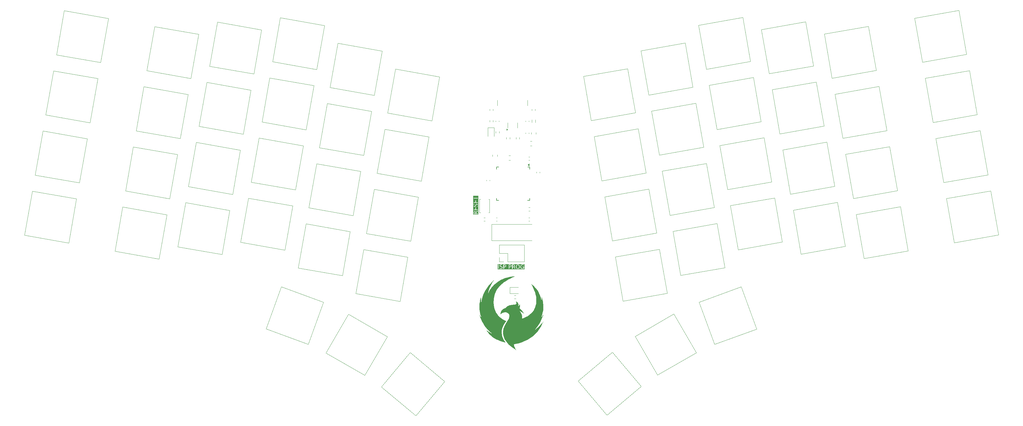
<source format=gbr>
%TF.GenerationSoftware,KiCad,Pcbnew,8.0.0*%
%TF.CreationDate,2024-04-28T13:48:32+02:00*%
%TF.ProjectId,phnx,70686e78-2e6b-4696-9361-645f70636258,A*%
%TF.SameCoordinates,Original*%
%TF.FileFunction,Legend,Top*%
%TF.FilePolarity,Positive*%
%FSLAX46Y46*%
G04 Gerber Fmt 4.6, Leading zero omitted, Abs format (unit mm)*
G04 Created by KiCad (PCBNEW 8.0.0) date 2024-04-28 13:48:32*
%MOMM*%
%LPD*%
G01*
G04 APERTURE LIST*
%ADD10C,0.150000*%
%ADD11C,0.120000*%
%ADD12C,0.000000*%
G04 APERTURE END LIST*
D10*
G36*
X210760440Y-153093538D02*
G01*
X210827655Y-153101971D01*
X210889265Y-153120525D01*
X210945270Y-153149198D01*
X210995670Y-153187991D01*
X211040464Y-153236903D01*
X211078624Y-153294551D01*
X211108890Y-153359549D01*
X211128079Y-153419328D01*
X211141786Y-153484212D01*
X211150011Y-153554200D01*
X211152752Y-153629292D01*
X211150011Y-153704205D01*
X211141786Y-153774044D01*
X211128079Y-153838810D01*
X211108890Y-153898501D01*
X211078624Y-153963434D01*
X211040464Y-154021060D01*
X211026155Y-154038488D01*
X210979493Y-154084028D01*
X210927225Y-154119448D01*
X210869351Y-154144747D01*
X210805873Y-154159927D01*
X210736789Y-154164987D01*
X210713098Y-154164425D01*
X210645730Y-154155992D01*
X210583924Y-154137439D01*
X210527679Y-154108765D01*
X210476996Y-154069973D01*
X210431874Y-154021060D01*
X210393503Y-153963434D01*
X210363071Y-153898501D01*
X210343775Y-153838810D01*
X210329992Y-153774044D01*
X210321722Y-153704205D01*
X210318966Y-153629292D01*
X210321722Y-153554200D01*
X210329992Y-153484212D01*
X210343775Y-153419328D01*
X210363071Y-153359549D01*
X210393503Y-153294551D01*
X210431874Y-153236903D01*
X210446297Y-153219475D01*
X210493272Y-153173935D01*
X210545809Y-153138516D01*
X210603908Y-153113216D01*
X210667568Y-153098036D01*
X210736789Y-153092976D01*
X210760440Y-153093538D01*
G37*
G36*
X206677949Y-153113080D02*
G01*
X206740803Y-153120452D01*
X206800223Y-153140614D01*
X206852920Y-153177347D01*
X206861071Y-153185624D01*
X206896501Y-153238728D01*
X206914907Y-153298136D01*
X206920231Y-153360669D01*
X206920165Y-153368079D01*
X206913658Y-153429946D01*
X206891243Y-153493766D01*
X206852920Y-153544610D01*
X206844326Y-153552423D01*
X206789216Y-153586384D01*
X206727603Y-153604026D01*
X206662775Y-153609130D01*
X206440990Y-153609130D01*
X206440990Y-153112828D01*
X206662775Y-153112828D01*
X206677949Y-153113080D01*
G37*
G36*
X208314503Y-153113080D02*
G01*
X208377357Y-153120452D01*
X208436777Y-153140614D01*
X208489474Y-153177347D01*
X208497625Y-153185624D01*
X208533056Y-153238728D01*
X208551461Y-153298136D01*
X208556785Y-153360669D01*
X208556720Y-153368079D01*
X208550212Y-153429946D01*
X208527797Y-153493766D01*
X208489474Y-153544610D01*
X208480880Y-153552423D01*
X208425770Y-153586384D01*
X208364157Y-153604026D01*
X208299329Y-153609130D01*
X208077544Y-153609130D01*
X208077544Y-153112828D01*
X208299329Y-153112828D01*
X208314503Y-153113080D01*
G37*
G36*
X209387031Y-153113062D02*
G01*
X209451584Y-153119902D01*
X209511683Y-153138610D01*
X209563657Y-153172694D01*
X209600743Y-153220530D01*
X209622435Y-153282147D01*
X209628796Y-153350122D01*
X209623644Y-153411910D01*
X209603351Y-153475167D01*
X209563657Y-153528791D01*
X209555308Y-153536115D01*
X209500642Y-153567954D01*
X209438095Y-153584493D01*
X209371340Y-153589277D01*
X209149555Y-153589277D01*
X209149555Y-153112828D01*
X209371340Y-153112828D01*
X209387031Y-153113062D01*
G37*
G36*
X212811305Y-154445063D02*
G01*
X204472249Y-154445063D01*
X204472249Y-152973864D01*
X204613360Y-152973864D01*
X204613360Y-154284100D01*
X204789547Y-154284100D01*
X204789547Y-153327168D01*
X205079573Y-153327168D01*
X205082670Y-153381039D01*
X205096435Y-153445675D01*
X205125082Y-153508564D01*
X205167667Y-153561050D01*
X205197854Y-153586229D01*
X205257211Y-153621978D01*
X205320313Y-153648679D01*
X205382694Y-153668162D01*
X205452730Y-153684505D01*
X205560055Y-153705598D01*
X205576550Y-153709078D01*
X205636639Y-153725130D01*
X205698501Y-153749994D01*
X205753302Y-153786867D01*
X205776267Y-153812484D01*
X205803950Y-153870691D01*
X205812238Y-153936688D01*
X205804211Y-154000380D01*
X205776838Y-154059035D01*
X205730038Y-154105741D01*
X205684790Y-154131661D01*
X205623596Y-154151969D01*
X205560056Y-154162152D01*
X205497397Y-154164987D01*
X205484937Y-154164871D01*
X205422239Y-154160800D01*
X205358875Y-154150912D01*
X205294844Y-154135209D01*
X205262645Y-154125095D01*
X205204115Y-154103301D01*
X205144849Y-154076894D01*
X205084846Y-154045875D01*
X205084846Y-154224543D01*
X205112647Y-154234091D01*
X205174348Y-154253377D01*
X205234871Y-154269620D01*
X205300737Y-154284100D01*
X205364726Y-154294568D01*
X205432454Y-154301606D01*
X205497397Y-154303952D01*
X205542360Y-154303098D01*
X205612671Y-154297883D01*
X205677195Y-154287928D01*
X205746988Y-154269724D01*
X205808449Y-154244693D01*
X205869623Y-154206863D01*
X205912738Y-154167132D01*
X205951765Y-154112675D01*
X205978649Y-154049490D01*
X205992030Y-153988386D01*
X205996490Y-153920869D01*
X205996398Y-153911063D01*
X205990616Y-153845900D01*
X205972993Y-153778880D01*
X205943622Y-153719809D01*
X205902503Y-153668686D01*
X205863732Y-153635331D01*
X205809292Y-153601489D01*
X205744937Y-153573109D01*
X205681884Y-153553131D01*
X205611546Y-153537166D01*
X205505152Y-153515142D01*
X205496189Y-153513419D01*
X205431030Y-153498414D01*
X205365939Y-153476604D01*
X205308492Y-153443179D01*
X205296351Y-153431270D01*
X205265240Y-153374787D01*
X205256691Y-153310728D01*
X205262849Y-153255731D01*
X205290221Y-153194234D01*
X205334548Y-153149740D01*
X205360588Y-153133387D01*
X205422347Y-153108996D01*
X205488964Y-153096524D01*
X205556953Y-153092976D01*
X205604030Y-153094939D01*
X205668327Y-153103663D01*
X205728797Y-153117791D01*
X205734372Y-153119347D01*
X205797136Y-153139747D01*
X205856484Y-153163507D01*
X205918012Y-153192236D01*
X205918012Y-153013568D01*
X205911794Y-153011721D01*
X205850071Y-152994855D01*
X205789196Y-152980896D01*
X205750514Y-152973864D01*
X206264803Y-152973864D01*
X206264803Y-153112828D01*
X206264803Y-154284100D01*
X206440990Y-154284100D01*
X206440990Y-153748094D01*
X206662775Y-153748094D01*
X206676357Y-153747998D01*
X206741135Y-153744648D01*
X206811971Y-153734310D01*
X206875282Y-153717080D01*
X206939635Y-153688268D01*
X206993746Y-153650074D01*
X207031906Y-153610035D01*
X207066448Y-153555024D01*
X207090244Y-153491079D01*
X207102086Y-153429156D01*
X207106034Y-153360669D01*
X207103293Y-153303490D01*
X207092766Y-153240793D01*
X207070505Y-153175806D01*
X207037499Y-153119606D01*
X206993746Y-153072193D01*
X206986643Y-153066144D01*
X206931068Y-153029174D01*
X206865252Y-153001615D01*
X206800687Y-152985483D01*
X206728597Y-152976264D01*
X206662775Y-152973864D01*
X207901357Y-152973864D01*
X207901357Y-153112828D01*
X207901357Y-154284100D01*
X208077544Y-154284100D01*
X208077544Y-153748094D01*
X208299329Y-153748094D01*
X208312911Y-153747998D01*
X208377689Y-153744648D01*
X208448525Y-153734310D01*
X208511836Y-153717080D01*
X208576189Y-153688268D01*
X208630300Y-153650074D01*
X208668460Y-153610035D01*
X208703002Y-153555024D01*
X208726798Y-153491079D01*
X208738641Y-153429156D01*
X208742588Y-153360669D01*
X208739847Y-153303490D01*
X208729320Y-153240793D01*
X208707059Y-153175806D01*
X208674053Y-153119606D01*
X208630300Y-153072193D01*
X208623197Y-153066144D01*
X208567622Y-153029174D01*
X208501807Y-153001615D01*
X208437241Y-152985483D01*
X208365152Y-152976264D01*
X208299329Y-152973864D01*
X208973368Y-152973864D01*
X208973368Y-153112828D01*
X208973368Y-154284100D01*
X209149555Y-154284100D01*
X209149555Y-153728242D01*
X209341562Y-153728242D01*
X209385309Y-153730305D01*
X209450426Y-153743442D01*
X209506892Y-153771358D01*
X209522150Y-153783528D01*
X209564707Y-153831340D01*
X209600182Y-153886108D01*
X209632209Y-153946615D01*
X209798780Y-154284100D01*
X209987995Y-154284100D01*
X209809326Y-153924591D01*
X209805953Y-153917793D01*
X209775623Y-153860730D01*
X209741981Y-153806017D01*
X209701691Y-153752437D01*
X209694971Y-153744774D01*
X209647253Y-153700635D01*
X209591264Y-153670547D01*
X209598037Y-153668521D01*
X209660172Y-153642894D01*
X209680146Y-153629292D01*
X210132853Y-153629292D01*
X210133495Y-153667381D01*
X210138632Y-153740614D01*
X210148907Y-153809922D01*
X210164320Y-153875304D01*
X210184870Y-153936760D01*
X210210557Y-153994290D01*
X210249891Y-154060682D01*
X210297252Y-154120940D01*
X210340078Y-154163834D01*
X210398462Y-154209408D01*
X210462239Y-154246046D01*
X210531407Y-154273748D01*
X210605968Y-154292513D01*
X210669498Y-154301092D01*
X210736479Y-154303952D01*
X210786870Y-154302340D01*
X210851055Y-154295179D01*
X210926460Y-154278172D01*
X210996504Y-154252213D01*
X211061186Y-154217304D01*
X211120506Y-154173443D01*
X211174465Y-154120630D01*
X211203790Y-154085109D01*
X211246255Y-154021060D01*
X211274457Y-153965458D01*
X211297533Y-153905980D01*
X211315480Y-153842624D01*
X211328299Y-153775390D01*
X211335991Y-153704280D01*
X211338555Y-153629292D01*
X211532423Y-153629292D01*
X211533936Y-153687735D01*
X211540661Y-153761833D01*
X211552765Y-153831560D01*
X211570250Y-153896916D01*
X211593114Y-153957899D01*
X211621358Y-154014511D01*
X211654982Y-154066751D01*
X211704577Y-154125903D01*
X211726655Y-154147464D01*
X211786398Y-154195280D01*
X211852639Y-154234401D01*
X211910310Y-154259440D01*
X211972139Y-154278914D01*
X212038127Y-154292824D01*
X212108273Y-154301170D01*
X212182578Y-154303952D01*
X212251323Y-154301722D01*
X212317975Y-154295034D01*
X212382533Y-154283886D01*
X212444997Y-154268280D01*
X212490435Y-154253714D01*
X212548711Y-154230596D01*
X212611121Y-154199535D01*
X212670194Y-154163126D01*
X212670194Y-153609130D01*
X212207703Y-153609130D01*
X212207703Y-153748094D01*
X212495558Y-153748094D01*
X212495558Y-154098607D01*
X212484490Y-154104846D01*
X212425144Y-154131300D01*
X212363728Y-154148857D01*
X212330736Y-154155142D01*
X212264346Y-154162719D01*
X212197157Y-154164987D01*
X212139302Y-154162884D01*
X212072204Y-154154338D01*
X212010907Y-154139220D01*
X211945007Y-154112401D01*
X211887461Y-154076116D01*
X211838269Y-154030365D01*
X211830902Y-154021804D01*
X211791615Y-153965054D01*
X211760746Y-153899078D01*
X211741453Y-153837051D01*
X211728007Y-153768618D01*
X211720407Y-153693777D01*
X211718536Y-153629292D01*
X211718653Y-153612748D01*
X211721459Y-153549155D01*
X211730228Y-153475470D01*
X211744844Y-153408237D01*
X211765306Y-153347456D01*
X211797578Y-153283037D01*
X211838269Y-153227908D01*
X211878690Y-153189036D01*
X211934873Y-153151086D01*
X211999431Y-153122624D01*
X212059627Y-153106153D01*
X212125639Y-153096270D01*
X212197467Y-153092976D01*
X212235088Y-153093953D01*
X212301393Y-153100635D01*
X212365883Y-153113647D01*
X212428557Y-153132990D01*
X212462576Y-153146360D01*
X212522322Y-153175272D01*
X212580155Y-153210416D01*
X212636073Y-153251792D01*
X212636073Y-153073124D01*
X212605391Y-153055500D01*
X212547948Y-153027289D01*
X212487659Y-153003592D01*
X212424525Y-152984410D01*
X212381039Y-152974079D01*
X212314134Y-152962591D01*
X212245216Y-152955911D01*
X212182267Y-152954012D01*
X212144633Y-152954708D01*
X212072475Y-152960282D01*
X212004467Y-152971429D01*
X211940606Y-152988150D01*
X211880895Y-153010445D01*
X211825333Y-153038314D01*
X211761714Y-153080987D01*
X211704577Y-153132370D01*
X211673811Y-153166992D01*
X211629260Y-153230196D01*
X211599671Y-153285710D01*
X211575461Y-153345624D01*
X211556632Y-153409940D01*
X211543182Y-153478657D01*
X211535113Y-153551774D01*
X211532423Y-153629292D01*
X211338555Y-153629292D01*
X211337914Y-153591239D01*
X211332786Y-153518064D01*
X211322531Y-153448795D01*
X211307147Y-153383432D01*
X211286636Y-153321976D01*
X211260997Y-153264427D01*
X211221737Y-153197983D01*
X211174465Y-153137643D01*
X211131727Y-153094604D01*
X211073479Y-153048876D01*
X211009869Y-153012114D01*
X210940898Y-152984318D01*
X210866565Y-152965489D01*
X210803238Y-152956881D01*
X210736479Y-152954012D01*
X210685920Y-152955626D01*
X210621527Y-152962799D01*
X210545888Y-152979835D01*
X210475641Y-153005837D01*
X210410786Y-153040806D01*
X210351323Y-153084741D01*
X210297252Y-153137643D01*
X210267872Y-153173115D01*
X210225328Y-153237117D01*
X210197071Y-153292713D01*
X210173953Y-153352216D01*
X210155971Y-153415625D01*
X210143128Y-153482941D01*
X210135421Y-153554163D01*
X210132853Y-153629292D01*
X209680146Y-153629292D01*
X209712128Y-153607513D01*
X209757525Y-153557328D01*
X209767725Y-153541606D01*
X209794478Y-153483882D01*
X209810085Y-153417979D01*
X209814599Y-153351673D01*
X209811911Y-153294690D01*
X209801587Y-153232487D01*
X209779758Y-153168435D01*
X209747389Y-153113557D01*
X209704482Y-153067851D01*
X209697509Y-153062068D01*
X209642484Y-153026731D01*
X209576593Y-153000389D01*
X209511468Y-152984970D01*
X209438361Y-152976158D01*
X209371340Y-152973864D01*
X208973368Y-152973864D01*
X208299329Y-152973864D01*
X207901357Y-152973864D01*
X206662775Y-152973864D01*
X206264803Y-152973864D01*
X205750514Y-152973864D01*
X205723214Y-152968901D01*
X205664224Y-152961049D01*
X205600104Y-152955771D01*
X205536791Y-152954012D01*
X205510435Y-152954402D01*
X205447682Y-152958791D01*
X205378297Y-152970496D01*
X205315367Y-152989223D01*
X205258894Y-153014974D01*
X205201167Y-153053892D01*
X205166138Y-153086900D01*
X205127071Y-153139141D01*
X205099641Y-153198417D01*
X205083848Y-153264729D01*
X205079573Y-153327168D01*
X204789547Y-153327168D01*
X204789547Y-152973864D01*
X204613360Y-152973864D01*
X204472249Y-152973864D01*
X204472249Y-152812901D01*
X212811305Y-152812901D01*
X212811305Y-154445063D01*
G37*
G36*
X197411910Y-136574468D02*
G01*
X197475167Y-136594760D01*
X197528791Y-136634454D01*
X197536115Y-136642803D01*
X197567954Y-136697469D01*
X197584493Y-136760016D01*
X197589277Y-136826771D01*
X197589277Y-137048556D01*
X197112828Y-137048556D01*
X197112828Y-136826771D01*
X197113062Y-136811080D01*
X197119902Y-136746528D01*
X197138610Y-136686429D01*
X197172694Y-136634454D01*
X197220530Y-136597368D01*
X197282147Y-136575676D01*
X197350122Y-136569315D01*
X197411910Y-136574468D01*
G37*
G36*
X198445063Y-137365854D02*
G01*
X196812901Y-137365854D01*
X196812901Y-137224743D01*
X196973864Y-137224743D01*
X198284100Y-137224743D01*
X198284100Y-137048556D01*
X197728242Y-137048556D01*
X197728242Y-136856549D01*
X197730305Y-136812803D01*
X197743442Y-136747685D01*
X197771358Y-136691219D01*
X197783528Y-136675962D01*
X197831340Y-136633404D01*
X197886108Y-136597930D01*
X197946615Y-136565903D01*
X198284100Y-136399332D01*
X198284100Y-136210117D01*
X197924591Y-136388785D01*
X197917793Y-136392158D01*
X197860730Y-136422488D01*
X197806017Y-136456130D01*
X197752437Y-136496421D01*
X197744774Y-136503141D01*
X197700635Y-136550859D01*
X197670547Y-136606848D01*
X197668521Y-136600074D01*
X197642894Y-136537940D01*
X197607513Y-136485983D01*
X197557328Y-136440587D01*
X197541606Y-136430387D01*
X197483882Y-136403633D01*
X197417979Y-136388027D01*
X197351673Y-136383512D01*
X197294690Y-136386200D01*
X197232487Y-136396524D01*
X197168435Y-136418354D01*
X197113557Y-136450722D01*
X197067851Y-136493629D01*
X197062068Y-136500603D01*
X197026731Y-136555628D01*
X197000389Y-136621518D01*
X196984970Y-136686643D01*
X196976158Y-136759751D01*
X196973864Y-136826771D01*
X196973864Y-137048556D01*
X196973864Y-137224743D01*
X196812901Y-137224743D01*
X196812901Y-135990193D01*
X196973864Y-135990193D01*
X198284100Y-135990193D01*
X198284100Y-135150823D01*
X198145135Y-135150823D01*
X198145135Y-135814006D01*
X197648834Y-135814006D01*
X197648834Y-135193629D01*
X197509869Y-135193629D01*
X197509869Y-135814006D01*
X197112828Y-135814006D01*
X197112828Y-135166643D01*
X196973864Y-135166643D01*
X196973864Y-135990193D01*
X196812901Y-135990193D01*
X196812901Y-134467478D01*
X196954012Y-134467478D01*
X196954402Y-134493835D01*
X196958791Y-134556587D01*
X196970496Y-134625972D01*
X196989223Y-134688902D01*
X197014974Y-134745376D01*
X197053892Y-134803102D01*
X197086900Y-134838132D01*
X197139141Y-134877198D01*
X197198417Y-134904628D01*
X197264729Y-134920421D01*
X197327168Y-134924696D01*
X197381039Y-134921599D01*
X197445675Y-134907834D01*
X197508564Y-134879187D01*
X197561050Y-134836602D01*
X197586229Y-134806415D01*
X197621978Y-134747058D01*
X197648679Y-134683956D01*
X197668162Y-134621575D01*
X197684505Y-134551539D01*
X197705598Y-134444214D01*
X197709078Y-134427720D01*
X197725130Y-134367630D01*
X197749994Y-134305768D01*
X197786867Y-134250967D01*
X197812484Y-134228002D01*
X197870691Y-134200319D01*
X197936688Y-134192031D01*
X198000380Y-134200058D01*
X198059035Y-134227431D01*
X198105741Y-134274231D01*
X198131661Y-134319480D01*
X198151969Y-134380673D01*
X198162152Y-134444213D01*
X198164987Y-134506872D01*
X198164871Y-134519332D01*
X198160800Y-134582030D01*
X198150912Y-134645394D01*
X198135209Y-134709425D01*
X198125095Y-134741624D01*
X198103301Y-134800154D01*
X198076894Y-134859420D01*
X198045875Y-134919423D01*
X198224543Y-134919423D01*
X198234091Y-134891622D01*
X198253377Y-134829921D01*
X198269620Y-134769398D01*
X198284100Y-134703532D01*
X198294568Y-134639543D01*
X198301606Y-134571815D01*
X198303952Y-134506872D01*
X198303098Y-134461909D01*
X198297883Y-134391598D01*
X198287928Y-134327074D01*
X198269724Y-134257281D01*
X198244693Y-134195820D01*
X198206863Y-134134646D01*
X198167132Y-134091531D01*
X198112675Y-134052505D01*
X198049490Y-134025620D01*
X197988386Y-134012239D01*
X197920869Y-134007779D01*
X197911063Y-134007871D01*
X197845900Y-134013653D01*
X197778880Y-134031276D01*
X197719809Y-134060647D01*
X197668686Y-134101766D01*
X197635331Y-134140537D01*
X197601489Y-134194977D01*
X197573109Y-134259332D01*
X197553131Y-134322385D01*
X197537166Y-134392723D01*
X197515142Y-134499117D01*
X197513419Y-134508080D01*
X197498414Y-134573239D01*
X197476604Y-134638330D01*
X197443179Y-134695777D01*
X197431270Y-134707918D01*
X197374787Y-134739029D01*
X197310728Y-134747578D01*
X197255731Y-134741420D01*
X197194234Y-134714048D01*
X197149740Y-134669721D01*
X197133387Y-134643681D01*
X197108996Y-134581922D01*
X197096524Y-134515305D01*
X197092976Y-134447316D01*
X197094939Y-134400239D01*
X197103663Y-134335943D01*
X197117791Y-134275472D01*
X197119347Y-134269897D01*
X197139747Y-134207133D01*
X197163507Y-134147785D01*
X197192236Y-134086257D01*
X197013568Y-134086257D01*
X197011721Y-134092476D01*
X196994855Y-134154198D01*
X196980896Y-134215073D01*
X196968901Y-134281055D01*
X196961049Y-134340045D01*
X196955771Y-134404165D01*
X196954012Y-134467478D01*
X196812901Y-134467478D01*
X196812901Y-133739466D01*
X196973864Y-133739466D01*
X198284100Y-133739466D01*
X198284100Y-132900096D01*
X198145135Y-132900096D01*
X198145135Y-133563279D01*
X197648834Y-133563279D01*
X197648834Y-132942902D01*
X197509869Y-132942902D01*
X197509869Y-133563279D01*
X197112828Y-133563279D01*
X197112828Y-132915916D01*
X196973864Y-132915916D01*
X196973864Y-133739466D01*
X196812901Y-133739466D01*
X196812901Y-131695324D01*
X196973864Y-131695324D01*
X196973864Y-132797114D01*
X197112828Y-132797114D01*
X197112828Y-132334623D01*
X198284100Y-132334623D01*
X198284100Y-132157505D01*
X197112828Y-132157505D01*
X197112828Y-131695324D01*
X196973864Y-131695324D01*
X196812901Y-131695324D01*
X196812901Y-131554213D01*
X198445063Y-131554213D01*
X198445063Y-137365854D01*
G37*
D11*
%TO.C,FB1*%
X216247500Y-107850378D02*
X216247500Y-108649622D01*
X215127500Y-107850378D02*
X215127500Y-108649622D01*
%TO.C,C6*%
X200986100Y-126566064D02*
X200986100Y-126847224D01*
X202006100Y-126566064D02*
X202006100Y-126847224D01*
%TO.C,R9*%
X209639155Y-162581161D02*
X210113671Y-162581161D01*
X209639155Y-163626161D02*
X210113671Y-163626161D01*
%TO.C,SW452*%
X337649724Y-94869238D02*
X351407489Y-92443373D01*
X340075589Y-108627002D02*
X337649724Y-94869238D01*
X351407489Y-92443373D02*
X353833354Y-106201138D01*
X353833354Y-106201138D02*
X340075589Y-108627002D01*
%TO.C,SW412*%
X104796958Y-147395515D02*
X107222823Y-133637750D01*
X107222823Y-133637750D02*
X120980587Y-136063615D01*
X118554722Y-149821380D02*
X104796958Y-147395515D01*
X120980587Y-136063615D02*
X118554722Y-149821380D01*
%TO.C,SW442*%
X267202215Y-164696616D02*
X280329722Y-159918596D01*
X271980236Y-177824123D02*
X267202215Y-164696616D01*
X280329722Y-159918596D02*
X285107743Y-173046102D01*
X285107743Y-173046102D02*
X271980236Y-177824123D01*
%TO.C,SW420*%
X145626130Y-135250923D02*
X148051995Y-121493158D01*
X148051995Y-121493158D02*
X161809759Y-123919023D01*
X159383894Y-137676788D02*
X145626130Y-135250923D01*
X161809759Y-123919023D02*
X159383894Y-137676788D01*
%TO.C,SW422*%
X150975067Y-180532128D02*
X157960068Y-168433754D01*
X157960068Y-168433754D02*
X170058442Y-175418754D01*
X163073441Y-187517128D02*
X150975067Y-180532128D01*
X170058442Y-175418754D02*
X163073441Y-187517128D01*
%TO.C,C10*%
X204030520Y-138396644D02*
X204311680Y-138396644D01*
X204030520Y-139416644D02*
X204311680Y-139416644D01*
%TO.C,C9*%
X208407351Y-118971644D02*
X207884847Y-118971644D01*
X208407351Y-120441644D02*
X207884847Y-120441644D01*
%TO.C,R1*%
X201968526Y-108014267D02*
X201968526Y-108488783D01*
X203013526Y-108014267D02*
X203013526Y-108488783D01*
%TO.C,SW405*%
X95133362Y-92495900D02*
X97559227Y-78738135D01*
X97559227Y-78738135D02*
X111316991Y-81164000D01*
X108891126Y-94921765D02*
X95133362Y-92495900D01*
X111316991Y-81164000D02*
X108891126Y-94921765D01*
%TO.C,SW445*%
X293229253Y-117209672D02*
X306987018Y-114783807D01*
X295655118Y-130967436D02*
X293229253Y-117209672D01*
X306987018Y-114783807D02*
X309412883Y-128541572D01*
X309412883Y-128541572D02*
X295655118Y-130967436D01*
%TO.C,C11*%
X214411680Y-138396644D02*
X214130520Y-138396644D01*
X214411680Y-139416644D02*
X214130520Y-139416644D01*
%TO.C,SW407*%
X88517368Y-130017072D02*
X90943233Y-116259307D01*
X90943233Y-116259307D02*
X104700997Y-118685172D01*
X102275132Y-132442937D02*
X88517368Y-130017072D01*
X104700997Y-118685172D02*
X102275132Y-132442937D01*
%TO.C,SW441*%
X276949665Y-134588109D02*
X290707430Y-132162244D01*
X279375530Y-148345873D02*
X276949665Y-134588109D01*
X290707430Y-132162244D02*
X293133295Y-145920009D01*
X293133295Y-145920009D02*
X279375530Y-148345873D01*
%TO.C,SW453*%
X340957724Y-113629823D02*
X354715489Y-111203958D01*
X343383589Y-127387587D02*
X340957724Y-113629823D01*
X354715489Y-111203958D02*
X357141354Y-124961723D01*
X357141354Y-124961723D02*
X343383589Y-127387587D01*
%TO.C,SW404*%
X57068487Y-143815665D02*
X59494352Y-130057900D01*
X59494352Y-130057900D02*
X73252116Y-132483765D01*
X70826251Y-146241530D02*
X57068487Y-143815665D01*
X73252116Y-132483765D02*
X70826251Y-146241530D01*
%TO.C,SW432*%
X229507898Y-189226588D02*
X240209540Y-180246845D01*
X238487640Y-199928229D02*
X229507898Y-189226588D01*
X240209540Y-180246845D02*
X249189282Y-190948486D01*
X249189282Y-190948486D02*
X238487640Y-199928229D01*
%TO.C,SW402*%
X63684484Y-106294489D02*
X66110349Y-92536724D01*
X66110349Y-92536724D02*
X79868113Y-94962589D01*
X77442248Y-108720354D02*
X63684484Y-106294489D01*
X79868113Y-94962589D02*
X77442248Y-108720354D01*
%TO.C,R3*%
X207177500Y-113319386D02*
X207177500Y-113793902D01*
X208222500Y-113319386D02*
X208222500Y-113793902D01*
%TO.C,SW446*%
X296537251Y-135970261D02*
X310295016Y-133544396D01*
X298963116Y-149728025D02*
X296537251Y-135970261D01*
X310295016Y-133544396D02*
X312720881Y-147302161D01*
X312720881Y-147302161D02*
X298963116Y-149728025D01*
%TO.C,C8*%
X202861100Y-118695392D02*
X202861100Y-119217896D01*
X204331100Y-118695392D02*
X204331100Y-119217896D01*
%TO.C,U2*%
X207536100Y-109569144D02*
X207536100Y-108769144D01*
X207536100Y-109569144D02*
X207536100Y-110369144D01*
X210656100Y-109569144D02*
X210656100Y-108769144D01*
X210656100Y-109569144D02*
X210656100Y-110369144D01*
X207586100Y-110869144D02*
X207256100Y-111109144D01*
X207256100Y-110629144D01*
X207586100Y-110869144D01*
G36*
X207586100Y-110869144D02*
G01*
X207256100Y-111109144D01*
X207256100Y-110629144D01*
X207586100Y-110869144D01*
G37*
%TO.C,R2*%
X215123600Y-104469386D02*
X215123600Y-104943902D01*
X216168600Y-104469386D02*
X216168600Y-104943902D01*
%TO.C,C7*%
X214130520Y-119396644D02*
X214411680Y-119396644D01*
X214130520Y-120416644D02*
X214411680Y-120416644D01*
%TO.C,SW433*%
X249092082Y-86304492D02*
X262849847Y-83878627D01*
X251517947Y-100062256D02*
X249092082Y-86304492D01*
X262849847Y-83878627D02*
X265275712Y-97636392D01*
X265275712Y-97636392D02*
X251517947Y-100062256D01*
%TO.C,SW401*%
X66992483Y-87533900D02*
X69418348Y-73776135D01*
X69418348Y-73776135D02*
X83176112Y-76202000D01*
X80750247Y-89959765D02*
X66992483Y-87533900D01*
X83176112Y-76202000D02*
X80750247Y-89959765D01*
%TO.C,SW428*%
X231158494Y-94302636D02*
X244916259Y-91876771D01*
X233584359Y-108060400D02*
X231158494Y-94302636D01*
X244916259Y-91876771D02*
X247342124Y-105634536D01*
X247342124Y-105634536D02*
X233584359Y-108060400D01*
%TO.C,SW424*%
X166867715Y-124488478D02*
X169293580Y-110730713D01*
X169293580Y-110730713D02*
X183051344Y-113156578D01*
X180625479Y-126914343D02*
X166867715Y-124488478D01*
X183051344Y-113156578D02*
X180625479Y-126914343D01*
%TO.C,D110*%
X208215000Y-160040000D02*
X208215000Y-161960000D01*
X208215000Y-161960000D02*
X210900000Y-161960000D01*
X210900000Y-160040000D02*
X208215000Y-160040000D01*
%TO.C,SW416*%
X124384544Y-146013364D02*
X126810409Y-132255599D01*
X126810409Y-132255599D02*
X140568173Y-134681464D01*
X138142308Y-148439229D02*
X124384544Y-146013364D01*
X140568173Y-134681464D02*
X138142308Y-148439229D01*
%TO.C,SW443*%
X286613258Y-79688498D02*
X300371023Y-77262633D01*
X289039123Y-93446262D02*
X286613258Y-79688498D01*
X300371023Y-77262633D02*
X302796888Y-91020398D01*
X302796888Y-91020398D02*
X289039123Y-93446262D01*
%TO.C,R5*%
X201948600Y-104469386D02*
X201948600Y-104943902D01*
X202993600Y-104469386D02*
X202993600Y-104943902D01*
%TO.C,SW437*%
X247251476Y-175332792D02*
X259349853Y-168347793D01*
X254236476Y-187431168D02*
X247251476Y-175332792D01*
X259349853Y-168347793D02*
X266334852Y-180446168D01*
X266334852Y-180446168D02*
X254236476Y-187431168D01*
%TO.C,SW403*%
X60376486Y-125055080D02*
X62802351Y-111297315D01*
X62802351Y-111297315D02*
X76560115Y-113723180D01*
X74134250Y-127480945D02*
X60376486Y-125055080D01*
X76560115Y-113723180D02*
X74134250Y-127480945D01*
%TO.C,SW406*%
X91825364Y-111256487D02*
X94251229Y-97498722D01*
X94251229Y-97498722D02*
X108008993Y-99924587D01*
X105583128Y-113682352D02*
X91825364Y-111256487D01*
X108008993Y-99924587D02*
X105583128Y-113682352D01*
%TO.C,C3*%
X214911100Y-111751393D02*
X214911100Y-112273897D01*
X216381100Y-111751393D02*
X216381100Y-112273897D01*
%TO.C,SW447*%
X306200844Y-81070645D02*
X319958609Y-78644780D01*
X308626709Y-94828409D02*
X306200844Y-81070645D01*
X319958609Y-78644780D02*
X322384474Y-92402545D01*
X322384474Y-92402545D02*
X308626709Y-94828409D01*
%TO.C,D109*%
X201436100Y-110271644D02*
X201436100Y-112956644D01*
X203356100Y-110271644D02*
X201436100Y-110271644D01*
X203356100Y-112956644D02*
X203356100Y-110271644D01*
%TO.C,R4*%
X210177500Y-113319386D02*
X210177500Y-113793902D01*
X211222500Y-113319386D02*
X211222500Y-113793902D01*
%TO.C,SW440*%
X273641667Y-115827523D02*
X287399432Y-113401658D01*
X276067532Y-129585287D02*
X273641667Y-115827523D01*
X287399432Y-113401658D02*
X289825297Y-127159423D01*
X289825297Y-127159423D02*
X276067532Y-129585287D01*
D12*
%TO.C,G\u002A\u002A\u002A*%
G36*
X218129331Y-163004002D02*
G01*
X218131478Y-163025290D01*
X218129331Y-163027919D01*
X218118667Y-163025457D01*
X218117373Y-163015960D01*
X218123936Y-163001195D01*
X218129331Y-163004002D01*
G37*
G36*
X209650706Y-156770486D02*
G01*
X209016595Y-157035209D01*
X208415239Y-157313737D01*
X207846679Y-157606032D01*
X207310954Y-157912059D01*
X206808106Y-158231782D01*
X206338176Y-158565165D01*
X205901203Y-158912173D01*
X205497228Y-159272768D01*
X205126293Y-159646917D01*
X204788437Y-160034582D01*
X204483702Y-160435727D01*
X204212128Y-160850318D01*
X203973755Y-161278318D01*
X203768625Y-161719690D01*
X203625044Y-162092161D01*
X203510947Y-162455608D01*
X203413844Y-162844552D01*
X203334399Y-163252545D01*
X203273275Y-163673141D01*
X203231137Y-164099891D01*
X203208647Y-164526350D01*
X203206470Y-164946071D01*
X203225269Y-165352605D01*
X203256696Y-165670763D01*
X203332886Y-166146542D01*
X203440390Y-166606113D01*
X203578899Y-167048826D01*
X203748106Y-167474032D01*
X203947703Y-167881083D01*
X204177383Y-168269329D01*
X204436838Y-168638122D01*
X204725761Y-168986813D01*
X204932866Y-169206047D01*
X205221724Y-169477476D01*
X205526385Y-169727707D01*
X205842345Y-169953669D01*
X206165099Y-170152290D01*
X206490144Y-170320498D01*
X206702617Y-170412913D01*
X206793915Y-170448395D01*
X206885478Y-170482004D01*
X206965328Y-170509447D01*
X207012045Y-170523883D01*
X207068516Y-170540919D01*
X207108033Y-170555116D01*
X207121469Y-170562832D01*
X207111821Y-170579542D01*
X207085003Y-170620995D01*
X207044201Y-170682397D01*
X206992600Y-170758950D01*
X206935305Y-170843059D01*
X206835919Y-170992361D01*
X206729787Y-171159057D01*
X206621141Y-171335964D01*
X206514213Y-171515904D01*
X206413236Y-171691694D01*
X206322443Y-171856156D01*
X206246064Y-172002107D01*
X206214742Y-172065607D01*
X206050582Y-172443069D01*
X205918924Y-172823651D01*
X205820357Y-173204923D01*
X205755468Y-173584454D01*
X205724846Y-173959815D01*
X205722316Y-174100918D01*
X205732303Y-174424420D01*
X205763316Y-174732594D01*
X205816937Y-175032353D01*
X205894747Y-175330606D01*
X205998326Y-175634264D01*
X206129254Y-175950236D01*
X206161669Y-176021619D01*
X206245260Y-176195333D01*
X206333030Y-176361265D01*
X206428548Y-176525013D01*
X206535381Y-176692176D01*
X206657095Y-176868355D01*
X206797260Y-177059147D01*
X206946925Y-177254131D01*
X206954223Y-177265709D01*
X206951606Y-177272278D01*
X206934805Y-177273240D01*
X206899550Y-177267994D01*
X206841570Y-177255938D01*
X206756595Y-177236474D01*
X206661276Y-177213969D01*
X206076674Y-177062517D01*
X205522142Y-176892764D01*
X204996647Y-176704288D01*
X204499155Y-176496670D01*
X204028633Y-176269489D01*
X203584049Y-176022325D01*
X203300706Y-175845682D01*
X202938043Y-175594184D01*
X202591131Y-175323798D01*
X202264665Y-175038690D01*
X201963339Y-174743027D01*
X201691847Y-174440976D01*
X201620905Y-174354694D01*
X201541882Y-174252545D01*
X201452885Y-174130823D01*
X201359010Y-173997090D01*
X201265354Y-173858904D01*
X201177013Y-173723828D01*
X201099084Y-173599421D01*
X201036662Y-173493244D01*
X201021014Y-173464760D01*
X200943922Y-173321257D01*
X201069187Y-173437853D01*
X201346471Y-173676940D01*
X201658663Y-173910598D01*
X202005144Y-174138397D01*
X202385296Y-174359906D01*
X202419104Y-174378410D01*
X202501334Y-174422260D01*
X202585757Y-174465679D01*
X202666438Y-174505807D01*
X202737438Y-174539785D01*
X202792819Y-174564753D01*
X202826646Y-174577852D01*
X202834322Y-174578371D01*
X202820840Y-174566268D01*
X202783785Y-174536577D01*
X202728247Y-174493291D01*
X202659314Y-174440401D01*
X202630605Y-174418569D01*
X202228584Y-174094992D01*
X201834837Y-173741340D01*
X201455282Y-173363336D01*
X201095834Y-172966705D01*
X200948848Y-172791755D01*
X200586396Y-172324498D01*
X200247105Y-171834049D01*
X199930179Y-171319020D01*
X199634823Y-170778020D01*
X199360241Y-170209662D01*
X199105637Y-169612554D01*
X199056690Y-169488655D01*
X199027117Y-169411002D01*
X198992200Y-169316371D01*
X198953627Y-169209651D01*
X198913091Y-169095729D01*
X198872280Y-168979494D01*
X198832886Y-168865835D01*
X198796597Y-168759640D01*
X198765105Y-168665798D01*
X198740100Y-168589197D01*
X198723271Y-168534727D01*
X198716308Y-168507274D01*
X198716587Y-168504943D01*
X198727972Y-168519306D01*
X198751443Y-168556910D01*
X198781049Y-168608086D01*
X198829186Y-168688871D01*
X198894659Y-168791677D01*
X198972980Y-168910050D01*
X199059662Y-169037536D01*
X199150218Y-169167682D01*
X199240160Y-169294032D01*
X199325002Y-169410134D01*
X199400257Y-169509532D01*
X199457591Y-169581188D01*
X199460971Y-169578013D01*
X199451802Y-169547602D01*
X199431964Y-169495561D01*
X199415454Y-169455650D01*
X199220249Y-168952193D01*
X199059834Y-168444108D01*
X198933497Y-167928475D01*
X198840524Y-167402375D01*
X198780202Y-166862890D01*
X198779187Y-166850225D01*
X198772354Y-166733454D01*
X198767784Y-166589025D01*
X198765373Y-166423615D01*
X198765014Y-166243896D01*
X198766602Y-166056543D01*
X198770031Y-165868230D01*
X198775194Y-165685632D01*
X198781986Y-165515423D01*
X198790302Y-165364277D01*
X198800035Y-165238869D01*
X198805573Y-165186441D01*
X198849615Y-164861524D01*
X198904150Y-164532798D01*
X198967641Y-164207244D01*
X199038553Y-163891841D01*
X199115353Y-163593568D01*
X199196504Y-163319407D01*
X199253324Y-163150494D01*
X199298016Y-163024929D01*
X199285837Y-163195339D01*
X199281010Y-163287814D01*
X199277363Y-163409406D01*
X199274855Y-163554353D01*
X199273446Y-163716895D01*
X199273094Y-163891269D01*
X199273759Y-164071715D01*
X199275398Y-164252470D01*
X199277971Y-164427774D01*
X199281438Y-164591865D01*
X199285756Y-164738981D01*
X199290885Y-164863361D01*
X199296784Y-164959244D01*
X199298564Y-164980155D01*
X199310704Y-165101235D01*
X199321927Y-165193747D01*
X199331920Y-165256479D01*
X199340367Y-165288220D01*
X199346953Y-165287758D01*
X199351362Y-165253880D01*
X199353241Y-165190415D01*
X199358401Y-165056794D01*
X199371180Y-164895484D01*
X199390596Y-164713625D01*
X199415664Y-164518359D01*
X199445402Y-164316824D01*
X199478827Y-164116161D01*
X199514955Y-163923511D01*
X199551100Y-163753480D01*
X199689854Y-163222054D01*
X199863778Y-162691576D01*
X200072166Y-162163335D01*
X200314312Y-161638617D01*
X200589511Y-161118710D01*
X200897058Y-160604900D01*
X201236247Y-160098476D01*
X201606375Y-159600724D01*
X202006734Y-159112933D01*
X202235016Y-158854378D01*
X202315257Y-158767453D01*
X202407543Y-158670351D01*
X202508758Y-158566098D01*
X202615784Y-158457723D01*
X202725502Y-158348252D01*
X202834797Y-158240712D01*
X202940550Y-158138130D01*
X203039643Y-158043532D01*
X203128960Y-157959946D01*
X203205382Y-157890398D01*
X203265793Y-157837915D01*
X203307074Y-157805525D01*
X203325032Y-157796045D01*
X203320671Y-157809022D01*
X203298783Y-157843275D01*
X203263902Y-157891793D01*
X203258344Y-157899188D01*
X203108503Y-158107292D01*
X202951899Y-158342932D01*
X202792465Y-158599400D01*
X202634135Y-158869988D01*
X202480843Y-159147987D01*
X202336522Y-159426690D01*
X202214168Y-159679849D01*
X202010201Y-160144338D01*
X201828878Y-160611365D01*
X201672737Y-161073904D01*
X201544319Y-161524927D01*
X201536904Y-161554025D01*
X201511819Y-161656075D01*
X201485322Y-161768838D01*
X201458653Y-161886476D01*
X201433053Y-162003152D01*
X201409765Y-162113029D01*
X201390030Y-162210269D01*
X201375090Y-162289034D01*
X201366185Y-162343488D01*
X201364253Y-162365830D01*
X201370471Y-162355816D01*
X201386675Y-162318420D01*
X201410271Y-162259859D01*
X201433552Y-162199788D01*
X201629571Y-161730830D01*
X201855483Y-161270990D01*
X202108253Y-160825504D01*
X202384845Y-160399610D01*
X202682224Y-159998542D01*
X202778810Y-159879283D01*
X202883700Y-159757542D01*
X203009422Y-159619788D01*
X203149179Y-159472893D01*
X203296173Y-159323728D01*
X203443606Y-159179163D01*
X203584681Y-159046070D01*
X203712600Y-158931319D01*
X203739509Y-158908190D01*
X204158626Y-158574306D01*
X204603951Y-158263353D01*
X205073172Y-157976504D01*
X205563975Y-157714928D01*
X206074047Y-157479796D01*
X206601075Y-157272279D01*
X207142745Y-157093547D01*
X207546016Y-156981938D01*
X208129865Y-156848951D01*
X208704643Y-156749669D01*
X209269541Y-156684216D01*
X209695551Y-156657016D01*
X209964618Y-156646070D01*
X209650706Y-156770486D01*
G37*
G36*
X214991790Y-159062896D02*
G01*
X215033786Y-159093979D01*
X215093670Y-159141163D01*
X215166902Y-159200669D01*
X215248942Y-159268716D01*
X215335252Y-159341523D01*
X215421292Y-159415310D01*
X215502523Y-159486297D01*
X215574406Y-159550703D01*
X215603118Y-159577112D01*
X215974400Y-159945846D01*
X216321946Y-160338909D01*
X216644043Y-160753650D01*
X216938981Y-161187418D01*
X217205046Y-161637561D01*
X217440527Y-162101429D01*
X217643712Y-162576371D01*
X217774119Y-162938983D01*
X217880670Y-163296247D01*
X217972537Y-163676633D01*
X218047481Y-164069617D01*
X218103268Y-164464675D01*
X218108787Y-164513710D01*
X218119361Y-164607648D01*
X218129002Y-164688040D01*
X218136905Y-164748566D01*
X218142265Y-164782905D01*
X218143742Y-164788281D01*
X218149415Y-164777104D01*
X218154281Y-164734143D01*
X218158337Y-164663480D01*
X218161582Y-164569198D01*
X218164013Y-164455379D01*
X218165628Y-164326107D01*
X218166425Y-164185463D01*
X218166402Y-164037529D01*
X218165557Y-163886390D01*
X218163887Y-163736126D01*
X218161390Y-163590821D01*
X218158065Y-163454557D01*
X218153909Y-163331416D01*
X218148919Y-163225482D01*
X218144605Y-163159463D01*
X218135667Y-163042867D01*
X218206752Y-163251542D01*
X218304990Y-163566213D01*
X218395390Y-163908497D01*
X218476317Y-164270673D01*
X218546136Y-164645018D01*
X218603213Y-165023810D01*
X218631559Y-165258192D01*
X218643460Y-165394914D01*
X218652813Y-165559018D01*
X218659615Y-165743716D01*
X218663865Y-165942218D01*
X218665563Y-166147737D01*
X218664707Y-166353484D01*
X218661296Y-166552670D01*
X218655330Y-166738506D01*
X218646807Y-166904204D01*
X218635726Y-167042976D01*
X218631839Y-167078884D01*
X218555792Y-167604956D01*
X218452875Y-168113238D01*
X218323651Y-168601528D01*
X218168681Y-169067625D01*
X218045709Y-169378266D01*
X218012546Y-169457518D01*
X217985656Y-169523697D01*
X217967555Y-169570464D01*
X217960761Y-169591479D01*
X217960851Y-169592001D01*
X217974547Y-169581873D01*
X218005176Y-169545841D01*
X218049915Y-169487949D01*
X218105945Y-169412240D01*
X218170444Y-169322759D01*
X218240590Y-169223550D01*
X218313565Y-169118655D01*
X218386545Y-169012121D01*
X218456712Y-168907989D01*
X218521243Y-168810305D01*
X218577318Y-168723113D01*
X218622116Y-168650455D01*
X218644056Y-168612571D01*
X218674795Y-168559806D01*
X218697716Y-168525220D01*
X218708707Y-168514886D01*
X218709116Y-168516423D01*
X218703247Y-168543495D01*
X218686556Y-168599312D01*
X218660749Y-168679005D01*
X218627534Y-168777702D01*
X218588618Y-168890533D01*
X218545708Y-169012627D01*
X218500511Y-169139113D01*
X218454734Y-169265121D01*
X218410085Y-169385780D01*
X218368270Y-169496219D01*
X218342214Y-169563277D01*
X218095370Y-170152694D01*
X217830232Y-170712740D01*
X217545383Y-171245704D01*
X217239404Y-171753873D01*
X216910878Y-172239535D01*
X216558388Y-172704978D01*
X216180514Y-173152491D01*
X215985932Y-173365630D01*
X215911924Y-173444979D01*
X215861119Y-173500442D01*
X215831995Y-173534128D01*
X215823032Y-173548150D01*
X215832712Y-173544617D01*
X215859512Y-173525642D01*
X215884110Y-173507008D01*
X216222893Y-173238722D01*
X216561832Y-172952957D01*
X216896754Y-172653853D01*
X217223488Y-172345552D01*
X217537862Y-172032195D01*
X217835703Y-171717922D01*
X218112840Y-171406875D01*
X218365101Y-171103194D01*
X218556218Y-170854802D01*
X218608677Y-170783955D01*
X218653281Y-170724010D01*
X218685803Y-170680627D01*
X218702015Y-170659466D01*
X218702864Y-170658465D01*
X218701517Y-170668730D01*
X218688520Y-170707048D01*
X218665840Y-170768282D01*
X218635439Y-170847290D01*
X218599283Y-170938936D01*
X218559336Y-171038080D01*
X218535640Y-171095933D01*
X218283773Y-171660778D01*
X218001414Y-172207666D01*
X217689408Y-172735470D01*
X217348599Y-173243059D01*
X216979832Y-173729306D01*
X216583954Y-174193082D01*
X216161807Y-174633259D01*
X215714238Y-175048706D01*
X215346460Y-175356114D01*
X214863962Y-175718753D01*
X214355723Y-176057927D01*
X213823921Y-176372701D01*
X213270735Y-176662141D01*
X212698342Y-176925310D01*
X212108922Y-177161274D01*
X211504653Y-177369098D01*
X210887713Y-177547846D01*
X210260281Y-177696583D01*
X209624535Y-177814374D01*
X209618048Y-177815408D01*
X209486732Y-177836296D01*
X209498368Y-177910697D01*
X209514253Y-177993099D01*
X209539163Y-178099749D01*
X209570447Y-178220972D01*
X209605455Y-178347096D01*
X209641534Y-178468446D01*
X209676034Y-178575347D01*
X209695742Y-178630861D01*
X209825921Y-178944372D01*
X209972131Y-179229336D01*
X210136897Y-179490443D01*
X210219737Y-179603990D01*
X210265615Y-179664940D01*
X210301167Y-179713696D01*
X210322173Y-179744373D01*
X210325840Y-179751977D01*
X210309745Y-179742432D01*
X210267714Y-179715495D01*
X210203636Y-179673715D01*
X210121398Y-179619640D01*
X210024890Y-179555817D01*
X209917998Y-179484796D01*
X209908432Y-179478425D01*
X209408966Y-179132505D01*
X208944797Y-178783704D01*
X208515975Y-178432076D01*
X208122544Y-178077676D01*
X207764554Y-177720559D01*
X207442052Y-177360780D01*
X207155083Y-176998393D01*
X206903697Y-176633454D01*
X206687939Y-176266017D01*
X206507858Y-175896137D01*
X206363501Y-175523870D01*
X206287555Y-175275936D01*
X206244338Y-175111943D01*
X206210472Y-174966401D01*
X206184911Y-174830918D01*
X206166610Y-174697104D01*
X206154525Y-174556568D01*
X206147610Y-174400920D01*
X206144819Y-174221768D01*
X206144634Y-174128460D01*
X206145228Y-173975306D01*
X206146875Y-173851364D01*
X206149957Y-173749979D01*
X206154853Y-173664494D01*
X206161946Y-173588254D01*
X206171615Y-173514601D01*
X206184166Y-173437313D01*
X206249468Y-173116383D01*
X206332552Y-172809612D01*
X206436643Y-172507156D01*
X206564964Y-172199173D01*
X206647250Y-172023418D01*
X206712906Y-171890379D01*
X206777154Y-171765647D01*
X206842980Y-171644176D01*
X206913371Y-171520919D01*
X206991312Y-171390828D01*
X207079787Y-171248858D01*
X207181784Y-171089960D01*
X207300286Y-170909087D01*
X207358137Y-170821678D01*
X207530418Y-170553795D01*
X207677289Y-170307051D01*
X207799935Y-170078506D01*
X207899543Y-169865224D01*
X207977300Y-169664266D01*
X208034391Y-169472695D01*
X208072005Y-169287573D01*
X208091326Y-169105962D01*
X208094631Y-168998234D01*
X208085081Y-168811673D01*
X208053468Y-168647345D01*
X207997307Y-168497423D01*
X207914114Y-168354080D01*
X207871624Y-168295405D01*
X207755190Y-168171056D01*
X207611552Y-168064006D01*
X207445845Y-167976020D01*
X207263203Y-167908866D01*
X207068761Y-167864309D01*
X206867656Y-167844118D01*
X206665021Y-167850057D01*
X206599906Y-167857878D01*
X206465002Y-167884487D01*
X206311973Y-167926763D01*
X206152770Y-167980821D01*
X205999347Y-168042775D01*
X205924469Y-168077481D01*
X205843021Y-168120300D01*
X205749003Y-168174512D01*
X205650352Y-168235037D01*
X205555002Y-168296795D01*
X205470890Y-168354706D01*
X205405951Y-168403690D01*
X205380515Y-168425707D01*
X205345914Y-168454775D01*
X205321564Y-168468829D01*
X205319743Y-168469068D01*
X205313626Y-168452604D01*
X205312859Y-168408092D01*
X205316784Y-168342854D01*
X205324741Y-168264211D01*
X205336069Y-168179483D01*
X205350109Y-168095992D01*
X205356091Y-168065764D01*
X205426481Y-167808335D01*
X205526581Y-167568095D01*
X205655114Y-167347435D01*
X205810808Y-167148742D01*
X205887854Y-167068633D01*
X206035459Y-166942075D01*
X206206299Y-166825136D01*
X206389975Y-166723686D01*
X206576088Y-166643595D01*
X206720423Y-166598675D01*
X206789464Y-166577614D01*
X206840254Y-166549771D01*
X206888988Y-166505278D01*
X206908381Y-166484142D01*
X207086488Y-166298871D01*
X207265710Y-166141940D01*
X207454909Y-166006663D01*
X207662946Y-165886351D01*
X207773088Y-165831481D01*
X207903844Y-165772648D01*
X208034364Y-165721576D01*
X208169056Y-165677347D01*
X208312330Y-165639040D01*
X208468594Y-165605737D01*
X208642256Y-165576520D01*
X208837726Y-165550470D01*
X209059412Y-165526667D01*
X209311724Y-165504193D01*
X209363700Y-165499981D01*
X209520716Y-165486907D01*
X209647149Y-165474904D01*
X209748234Y-165463056D01*
X209829208Y-165450448D01*
X209895309Y-165436164D01*
X209951772Y-165419286D01*
X210003835Y-165398900D01*
X210041945Y-165381337D01*
X210149643Y-165312299D01*
X210227141Y-165223980D01*
X210274395Y-165116536D01*
X210291360Y-164990119D01*
X210277992Y-164844886D01*
X210239288Y-164696069D01*
X210215716Y-164628822D01*
X210191846Y-164567980D01*
X210176669Y-164534526D01*
X210161192Y-164496677D01*
X210159565Y-164474382D01*
X210160018Y-164473833D01*
X210179884Y-164475983D01*
X210221868Y-164491295D01*
X210268712Y-164512570D01*
X210450934Y-164617210D01*
X210607731Y-164739409D01*
X210736905Y-164876624D01*
X210836261Y-165026312D01*
X210903600Y-165185931D01*
X210925309Y-165272397D01*
X210939695Y-165412128D01*
X210934092Y-165565966D01*
X210909657Y-165719038D01*
X210883157Y-165814265D01*
X210862774Y-165878116D01*
X210849119Y-165927607D01*
X210844509Y-165954114D01*
X210845066Y-165956166D01*
X210867560Y-165955413D01*
X210908543Y-165934182D01*
X210961114Y-165897344D01*
X211018371Y-165849768D01*
X211073415Y-165796325D01*
X211077032Y-165792463D01*
X211168684Y-165670238D01*
X211230298Y-165531588D01*
X211262201Y-165384643D01*
X211275038Y-165285099D01*
X211330712Y-165419633D01*
X211380706Y-165552558D01*
X211412674Y-165671023D01*
X211429635Y-165789621D01*
X211434607Y-165921893D01*
X211428455Y-166054554D01*
X211407216Y-166166408D01*
X211366864Y-166270772D01*
X211303377Y-166380967D01*
X211289600Y-166401825D01*
X211254232Y-166458303D01*
X211230761Y-166503223D01*
X211223113Y-166528800D01*
X211224266Y-166531376D01*
X211523622Y-166790027D01*
X211793784Y-167056329D01*
X212041417Y-167336907D01*
X212069677Y-167371531D01*
X212120289Y-167435755D01*
X212186029Y-167521698D01*
X212262458Y-167623320D01*
X212345140Y-167734578D01*
X212429636Y-167849433D01*
X212511510Y-167961843D01*
X212586324Y-168065768D01*
X212649641Y-168155166D01*
X212697023Y-168223996D01*
X212707954Y-168240474D01*
X212710159Y-168251467D01*
X212690913Y-168245949D01*
X212648567Y-168222972D01*
X212581471Y-168181590D01*
X212487978Y-168120852D01*
X212410789Y-168069553D01*
X212181525Y-167919076D01*
X211955087Y-167775925D01*
X211738522Y-167644420D01*
X211538875Y-167528880D01*
X211439252Y-167473930D01*
X211281541Y-167388725D01*
X211400698Y-167556686D01*
X211599719Y-167861163D01*
X211765977Y-168166934D01*
X211898273Y-168471705D01*
X211940524Y-168590156D01*
X211987330Y-168739285D01*
X212022952Y-168876827D01*
X212049002Y-169012615D01*
X212067097Y-169156485D01*
X212078850Y-169318272D01*
X212084827Y-169469103D01*
X212088121Y-169575951D01*
X212091344Y-169669358D01*
X212094278Y-169743855D01*
X212096705Y-169793970D01*
X212098410Y-169814233D01*
X212098530Y-169814407D01*
X212117577Y-169808527D01*
X212163601Y-169792500D01*
X212229976Y-169768748D01*
X212310076Y-169739690D01*
X212397275Y-169707748D01*
X212484948Y-169675340D01*
X212566468Y-169644889D01*
X212635210Y-169618814D01*
X212657277Y-169610294D01*
X213009661Y-169458520D01*
X213365925Y-169276886D01*
X213719258Y-169069778D01*
X214062850Y-168841582D01*
X214389890Y-168596684D01*
X214693569Y-168339470D01*
X214832973Y-168209113D01*
X215144308Y-167885911D01*
X215421996Y-167551307D01*
X215666822Y-167203780D01*
X215879566Y-166841813D01*
X216061012Y-166463885D01*
X216211943Y-166068477D01*
X216333140Y-165654069D01*
X216425387Y-165219142D01*
X216449762Y-165069845D01*
X216466373Y-164934561D01*
X216480038Y-164771746D01*
X216490542Y-164589642D01*
X216497671Y-164396488D01*
X216501210Y-164200526D01*
X216500943Y-164009995D01*
X216496657Y-163833138D01*
X216488138Y-163678194D01*
X216486536Y-163658013D01*
X216432086Y-163176118D01*
X216347881Y-162685935D01*
X216233491Y-162185767D01*
X216088490Y-161673919D01*
X215912448Y-161148694D01*
X215735510Y-160684039D01*
X215661365Y-160504234D01*
X215576939Y-160308216D01*
X215485606Y-160103246D01*
X215390740Y-159896584D01*
X215295715Y-159695491D01*
X215203904Y-159507227D01*
X215118681Y-159339054D01*
X215054104Y-159217620D01*
X215017751Y-159149799D01*
X214990080Y-159095371D01*
X214974268Y-159060774D01*
X214972220Y-159051695D01*
X214991790Y-159062896D01*
G37*
D11*
%TO.C,SW450*%
X316124838Y-137352409D02*
X329882603Y-134926544D01*
X318550703Y-151110173D02*
X316124838Y-137352409D01*
X329882603Y-134926544D02*
X332308468Y-148684309D01*
X332308468Y-148684309D02*
X318550703Y-151110173D01*
%TO.C,SW444*%
X289921255Y-98449082D02*
X303679020Y-96023217D01*
X292347120Y-112206846D02*
X289921255Y-98449082D01*
X303679020Y-96023217D02*
X306104885Y-109780982D01*
X306104885Y-109780982D02*
X292347120Y-112206846D01*
%TO.C,SW429*%
X234466492Y-113063225D02*
X248224257Y-110637360D01*
X236892357Y-126820989D02*
X234466492Y-113063225D01*
X248224257Y-110637360D02*
X250650122Y-124395125D01*
X250650122Y-124395125D02*
X236892357Y-126820989D01*
%TO.C,SW439*%
X270333669Y-97066935D02*
X284091434Y-94641070D01*
X272759534Y-110824699D02*
X270333669Y-97066935D01*
X284091434Y-94641070D02*
X286517299Y-108398835D01*
X286517299Y-108398835D02*
X272759534Y-110824699D01*
%TO.C,SW451*%
X334341726Y-76108649D02*
X348099491Y-73682784D01*
X336767591Y-89866413D02*
X334341726Y-76108649D01*
X348099491Y-73682784D02*
X350525356Y-87440549D01*
X350525356Y-87440549D02*
X336767591Y-89866413D01*
%TO.C,SW436*%
X259016076Y-142586254D02*
X272773841Y-140160389D01*
X261441941Y-156344018D02*
X259016076Y-142586254D01*
X272773841Y-140160389D02*
X275199706Y-153918154D01*
X275199706Y-153918154D02*
X261441941Y-156344018D01*
%TO.C,SW417*%
X132274238Y-173014643D02*
X137052260Y-159887137D01*
X137052260Y-159887137D02*
X150179765Y-164665158D01*
X145401743Y-177792664D02*
X132274238Y-173014643D01*
X150179765Y-164665158D02*
X145401743Y-177792664D01*
%TO.C,SW414*%
X131000541Y-108492188D02*
X133426406Y-94734423D01*
X133426406Y-94734423D02*
X147184170Y-97160288D01*
X144758305Y-110918053D02*
X131000541Y-108492188D01*
X147184170Y-97160288D02*
X144758305Y-110918053D01*
%TO.C,SW438*%
X267025671Y-78306346D02*
X280783436Y-75880481D01*
X269451536Y-92064110D02*
X267025671Y-78306346D01*
X280783436Y-75880481D02*
X283209301Y-89638246D01*
X283209301Y-89638246D02*
X269451536Y-92064110D01*
%TO.C,SW434*%
X252400080Y-105065080D02*
X266157845Y-102639215D01*
X254825945Y-118822844D02*
X252400080Y-105065080D01*
X266157845Y-102639215D02*
X268583710Y-116396980D01*
X268583710Y-116396980D02*
X254825945Y-118822844D01*
%TO.C,SW430*%
X237774490Y-131823811D02*
X251532255Y-129397946D01*
X240200355Y-145581575D02*
X237774490Y-131823811D01*
X251532255Y-129397946D02*
X253958120Y-143155711D01*
X253958120Y-143155711D02*
X240200355Y-145581575D01*
%TO.C,SW421*%
X142318131Y-154011509D02*
X144743996Y-140253744D01*
X144743996Y-140253744D02*
X158501760Y-142679609D01*
X156075895Y-156437374D02*
X142318131Y-154011509D01*
X158501760Y-142679609D02*
X156075895Y-156437374D01*
%TO.C,C5*%
X216546597Y-124098208D02*
X216546597Y-124379368D01*
X217566597Y-124098208D02*
X217566597Y-124379368D01*
%TO.C,F1*%
X215154678Y-114490145D02*
X214637522Y-114490145D01*
X215154678Y-115910145D02*
X214637522Y-115910145D01*
%TO.C,C4*%
X203886100Y-108113098D02*
X203886100Y-108394258D01*
X204906100Y-108113098D02*
X204906100Y-108394258D01*
%TO.C,SW411*%
X108104954Y-128634924D02*
X110530819Y-114877159D01*
X110530819Y-114877159D02*
X124288583Y-117303024D01*
X121862718Y-131060789D02*
X108104954Y-128634924D01*
X124288583Y-117303024D02*
X121862718Y-131060789D01*
%TO.C,SW427*%
X168217580Y-191108886D02*
X177197324Y-180407245D01*
X177197324Y-180407245D02*
X187898964Y-189386990D01*
X178919220Y-200088628D02*
X168217580Y-191108886D01*
X187898964Y-189386990D02*
X178919220Y-200088628D01*
%TO.C,SW448*%
X309508842Y-99831234D02*
X323266607Y-97405369D01*
X311934707Y-113588998D02*
X309508842Y-99831234D01*
X323266607Y-97405369D02*
X325692472Y-111163134D01*
X325692472Y-111163134D02*
X311934707Y-113588998D01*
%TO.C,SW431*%
X241082488Y-150584399D02*
X254840253Y-148158534D01*
X243508353Y-164342163D02*
X241082488Y-150584399D01*
X254840253Y-148158534D02*
X257266118Y-161916299D01*
X257266118Y-161916299D02*
X243508353Y-164342163D01*
%TO.C,C1*%
X213136100Y-108122065D02*
X213136100Y-108403225D01*
X214156100Y-108122065D02*
X214156100Y-108403225D01*
%TO.C,SW408*%
X85209371Y-148777662D02*
X87635236Y-135019897D01*
X87635236Y-135019897D02*
X101393000Y-137445762D01*
X98967135Y-151203527D02*
X85209371Y-148777662D01*
X101393000Y-137445762D02*
X98967135Y-151203527D01*
%TO.C,SW55*%
X198776100Y-132586644D02*
X199076100Y-132586644D01*
X198776100Y-136726644D02*
X198776100Y-132586644D01*
X199076100Y-136726644D02*
X198776100Y-136726644D01*
X201616100Y-132586644D02*
X201916100Y-132586644D01*
X201916100Y-132586644D02*
X201916100Y-136726644D01*
X201916100Y-136726644D02*
X201616100Y-136726644D01*
%TO.C,SW435*%
X255708078Y-123825666D02*
X269465843Y-121399801D01*
X258133943Y-137583430D02*
X255708078Y-123825666D01*
X269465843Y-121399801D02*
X271891708Y-135157566D01*
X271891708Y-135157566D02*
X258133943Y-137583430D01*
%TO.C,R8*%
X203873600Y-111469386D02*
X203873600Y-111943902D01*
X204918600Y-111469386D02*
X204918600Y-111943902D01*
%TO.C,SW410*%
X111412951Y-109874338D02*
X113838816Y-96116573D01*
X113838816Y-96116573D02*
X127596580Y-98542438D01*
X125170715Y-112300203D02*
X111412951Y-109874338D01*
X127596580Y-98542438D02*
X125170715Y-112300203D01*
%TO.C,Y1*%
X202546100Y-140406644D02*
X202546100Y-145506644D01*
X202546100Y-145506644D02*
X215146100Y-145506644D01*
X215146100Y-140406644D02*
X202546100Y-140406644D01*
%TO.C,SW409*%
X114720949Y-91113751D02*
X117146814Y-77355986D01*
X117146814Y-77355986D02*
X130904578Y-79781851D01*
X128478713Y-93539616D02*
X114720949Y-91113751D01*
X130904578Y-79781851D02*
X128478713Y-93539616D01*
%TO.C,J2*%
X204965603Y-146861682D02*
X212705603Y-146861682D01*
X204965603Y-149461682D02*
X204965603Y-146861682D01*
X204965603Y-152061682D02*
X204965603Y-150731682D01*
X206295603Y-152061682D02*
X204965603Y-152061682D01*
X207565603Y-149461682D02*
X204965603Y-149461682D01*
X207565603Y-152061682D02*
X207565603Y-149461682D01*
X207565603Y-152061682D02*
X212705603Y-152061682D01*
X212705603Y-152061682D02*
X212705603Y-146861682D01*
%TO.C,R7*%
X200108842Y-138359144D02*
X200583358Y-138359144D01*
X200108842Y-139404144D02*
X200583358Y-139404144D01*
%TO.C,SW423*%
X170175714Y-105727889D02*
X172601579Y-91970124D01*
X172601579Y-91970124D02*
X186359343Y-94395989D01*
X183933478Y-108153754D02*
X170175714Y-105727889D01*
X186359343Y-94395989D02*
X183933478Y-108153754D01*
D10*
%TO.C,U1*%
X204121100Y-122581644D02*
X204121100Y-123256644D01*
X204121100Y-122581644D02*
X204796100Y-122581644D01*
X204121100Y-132931644D02*
X204121100Y-132256644D01*
X204121100Y-132931644D02*
X204796100Y-132931644D01*
X214471100Y-122581644D02*
X213856100Y-122581644D01*
X214471100Y-122581644D02*
X214471100Y-123256644D01*
X214471100Y-132931644D02*
X213796100Y-132931644D01*
X214471100Y-132931644D02*
X214471100Y-132256644D01*
D11*
X214306100Y-122236644D02*
X213836100Y-121896644D01*
X214306100Y-121556644D01*
X214306100Y-122236644D01*
G36*
X214306100Y-122236644D02*
G01*
X213836100Y-121896644D01*
X214306100Y-121556644D01*
X214306100Y-122236644D01*
G37*
%TO.C,SW454*%
X344265719Y-132390410D02*
X358023484Y-129964545D01*
X346691584Y-146148174D02*
X344265719Y-132390410D01*
X358023484Y-129964545D02*
X360449349Y-143722310D01*
X360449349Y-143722310D02*
X346691584Y-146148174D01*
%TO.C,C2*%
X213136100Y-111872065D02*
X213136100Y-112153225D01*
X214156100Y-111872065D02*
X214156100Y-112153225D01*
%TO.C,SW418*%
X152242126Y-97729745D02*
X154667991Y-83971980D01*
X154667991Y-83971980D02*
X168425755Y-86397845D01*
X165999890Y-100155610D02*
X152242126Y-97729745D01*
X168425755Y-86397845D02*
X165999890Y-100155610D01*
%TO.C,R6*%
X214058842Y-135184144D02*
X214533358Y-135184144D01*
X214058842Y-136229144D02*
X214533358Y-136229144D01*
%TO.C,SW413*%
X134308536Y-89731601D02*
X136734401Y-75973836D01*
X136734401Y-75973836D02*
X150492165Y-78399701D01*
X148066300Y-92157466D02*
X134308536Y-89731601D01*
X150492165Y-78399701D02*
X148066300Y-92157466D01*
%TO.C,SW425*%
X163559717Y-143249065D02*
X165985582Y-129491300D01*
X165985582Y-129491300D02*
X179743346Y-131917165D01*
X177317481Y-145674930D02*
X163559717Y-143249065D01*
X179743346Y-131917165D02*
X177317481Y-145674930D01*
%TO.C,SW426*%
X160251721Y-162009653D02*
X162677586Y-148251888D01*
X162677586Y-148251888D02*
X176435350Y-150677753D01*
X174009485Y-164435518D02*
X160251721Y-162009653D01*
X176435350Y-150677753D02*
X174009485Y-164435518D01*
%TO.C,SW449*%
X312816840Y-118591820D02*
X326574605Y-116165955D01*
X315242705Y-132349584D02*
X312816840Y-118591820D01*
X326574605Y-116165955D02*
X329000470Y-129923720D01*
X329000470Y-129923720D02*
X315242705Y-132349584D01*
%TO.C,J1*%
X204376100Y-101726644D02*
X204376100Y-103426644D01*
X213716100Y-101726644D02*
X213716100Y-103426644D01*
%TO.C,SW415*%
X127692543Y-127252776D02*
X130118408Y-113495011D01*
X130118408Y-113495011D02*
X143876172Y-115920876D01*
X141450307Y-129678641D02*
X127692543Y-127252776D01*
X143876172Y-115920876D02*
X141450307Y-129678641D01*
%TO.C,SW419*%
X148934128Y-116490332D02*
X151359993Y-102732567D01*
X151359993Y-102732567D02*
X165117757Y-105158432D01*
X162691892Y-118916197D02*
X148934128Y-116490332D01*
X165117757Y-105158432D02*
X162691892Y-118916197D01*
%TD*%
M02*

</source>
